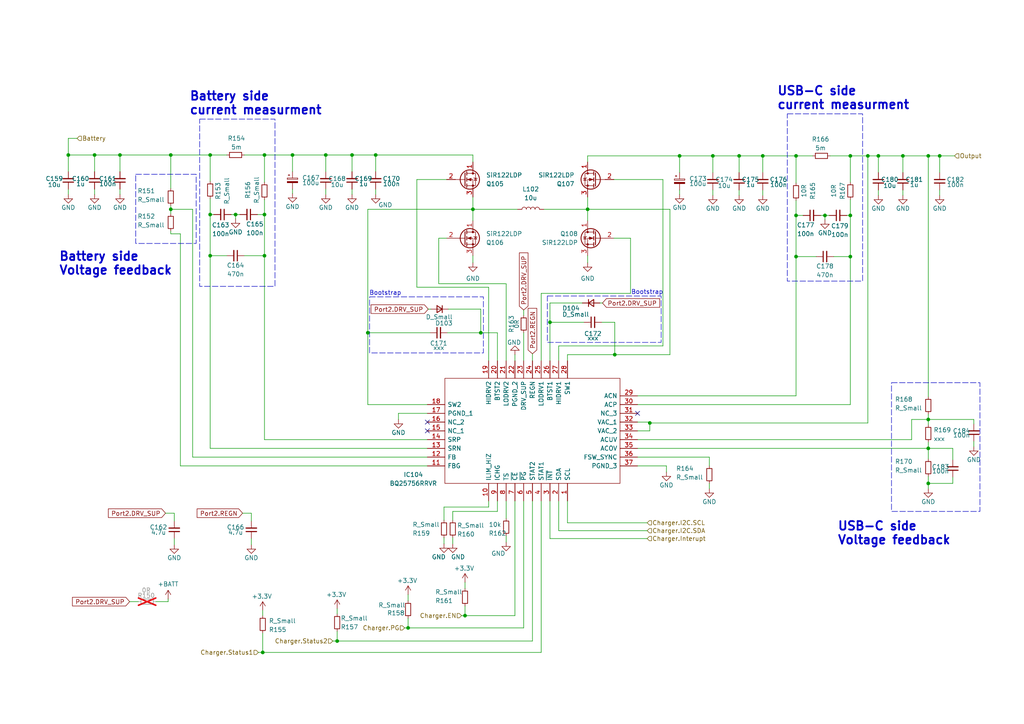
<source format=kicad_sch>
(kicad_sch (version 20231120) (generator "eeschema") (generator_version "8.0")
  (paper "A4")
  (lib_symbols
    (symbol "Device:C_Polarized_Small" (pin_numbers hide) (pin_names (offset 0.254) hide)
      (property "Reference" "C" (at 0.254 1.778 0))
      (property "Value" "C_Polarized_Small" (at 0.254 -2.032 0))
      (symbol "C_Polarized_Small_0_1"
        (rectangle (start -1.524 -0.3048) (end 1.524 -0.6858) (fill (type outline)))
        (rectangle (start -1.524 0.6858) (end 1.524 0.3048))
        (polyline (pts (xy -1.27 1.524) (xy -0.762 1.524)))
        (polyline (pts (xy -1.016 1.27) (xy -1.016 1.778)))
      )
      (symbol "C_Polarized_Small_1_1"
        (pin passive line (at 0 2.54 270) (length 1.8542) (name "~") (number "1"))
        (pin passive line (at 0 -2.54 90) (length 1.8542) (name "~") (number "2"))
      )
    )
    (symbol "Device:C_Small" (pin_numbers hide) (pin_names (offset 0.254) hide)
      (property "Reference" "C" (at 0.254 1.778 0))
      (property "Value" "C_Small" (at 0.254 -2.032 0))
      (symbol "C_Small_0_1"
        (polyline (pts (xy -1.524 -0.508) (xy 1.524 -0.508)) (stroke (width 0.3302)))
        (polyline (pts (xy -1.524 0.508) (xy 1.524 0.508)) (stroke (width 0.3048)))
      )
      (symbol "C_Small_1_1"
        (pin passive line (at 0 2.54 270) (length 2.032) (name "~") (number "1"))
        (pin passive line (at 0 -2.54 90) (length 2.032) (name "~") (number "2"))
      )
    )
    (symbol "Device:D_Small" (pin_numbers hide) (pin_names (offset 0.254) hide)
      (property "Reference" "D" (at -1.27 2.032 0))
      (property "Value" "D_Small" (at -3.81 -2.032 0))
      (symbol "D_Small_0_1"
        (polyline (pts (xy -0.762 -1.016) (xy -0.762 1.016)) (stroke (width 0.254)))
        (polyline (pts (xy -0.762 0) (xy 0.762 0)))
        (polyline (pts (xy 0.762 -1.016) (xy -0.762 0) (xy 0.762 1.016) (xy 0.762 -1.016)) (stroke (width 0.254)))
      )
      (symbol "D_Small_1_1"
        (pin passive line (at -2.54 0 0) (length 1.778) (name "K") (number "1"))
        (pin passive line (at 2.54 0 180) (length 1.778) (name "A") (number "2"))
      )
    )
    (symbol "Device:L" (pin_numbers hide) (pin_names (offset 1.016) hide)
      (property "Reference" "L" (at -1.27 0 90))
      (property "Value" "L" (at 1.905 0 90))
      (symbol "L_0_1"
        (arc (start 0 -2.54) (mid 0.6323 -1.905) (end 0 -1.27))
        (arc (start 0 -1.27) (mid 0.6323 -0.635) (end 0 0))
        (arc (start 0 0) (mid 0.6323 0.635) (end 0 1.27))
        (arc (start 0 1.27) (mid 0.6323 1.905) (end 0 2.54))
      )
      (symbol "L_1_1"
        (pin passive line (at 0 3.81 270) (length 1.27) (name "1") (number "1"))
        (pin passive line (at 0 -3.81 90) (length 1.27) (name "2") (number "2"))
      )
    )
    (symbol "Device:Q_NMOS_DGS" (pin_names (offset 0) hide)
      (property "Reference" "Q" (at 5.08 1.27 0))
      (property "Value" "Q_NMOS_DGS" (at 5.08 -1.27 0))
      (symbol "Q_NMOS_DGS_0_1"
        (polyline (pts (xy 0.254 0) (xy -2.54 0)))
        (polyline (pts (xy 0.254 1.905) (xy 0.254 -1.905)) (stroke (width 0.254)))
        (polyline (pts (xy 0.762 -1.27) (xy 0.762 -2.286)) (stroke (width 0.254)))
        (polyline (pts (xy 0.762 0.508) (xy 0.762 -0.508)) (stroke (width 0.254)))
        (polyline (pts (xy 0.762 2.286) (xy 0.762 1.27)) (stroke (width 0.254)))
        (polyline (pts (xy 2.54 2.54) (xy 2.54 1.778)))
        (polyline (pts (xy 2.54 -2.54) (xy 2.54 0) (xy 0.762 0)))
        (polyline (pts (xy 0.762 -1.778) (xy 3.302 -1.778) (xy 3.302 1.778) (xy 0.762 1.778)))
        (polyline (pts (xy 1.016 0) (xy 2.032 0.381) (xy 2.032 -0.381) (xy 1.016 0)) (fill (type outline)))
        (polyline (pts (xy 2.794 0.508) (xy 2.921 0.381) (xy 3.683 0.381) (xy 3.81 0.254)))
        (polyline (pts (xy 3.302 0.381) (xy 2.921 -0.254) (xy 3.683 -0.254) (xy 3.302 0.381)))
        (circle (center 1.651 0) (radius 2.794) (stroke (width 0.254)))
        (circle (center 2.54 -1.778) (radius 0.254) (fill (type outline)))
        (circle (center 2.54 1.778) (radius 0.254) (fill (type outline)))
      )
      (symbol "Q_NMOS_DGS_1_1"
        (pin passive line (at 2.54 5.08 270) (length 2.54) (name "D") (number "1"))
        (pin input line (at -5.08 0 0) (length 2.54) (name "G") (number "2"))
        (pin passive line (at 2.54 -5.08 90) (length 2.54) (name "S") (number "3"))
      )
    )
    (symbol "Device:R_Small" (pin_numbers hide) (pin_names (offset 0.254) hide)
      (property "Reference" "R" (at 0.762 0.508 0))
      (property "Value" "R_Small" (at 0.762 -1.016 0))
      (symbol "R_Small_0_1"
        (rectangle (start -0.762 1.778) (end 0.762 -1.778) (stroke (width 0.2032)))
      )
      (symbol "R_Small_1_1"
        (pin passive line (at 0 2.54 270) (length 0.762) (name "~") (number "1"))
        (pin passive line (at 0 -2.54 90) (length 0.762) (name "~") (number "2"))
      )
    )
    (symbol "SamacSys_Parts:BQ25756RRVR" (pin_names (offset 0.762))
      (property "Reference" "IC" (at 36.83 20.32 0))
      (property "Value" "BQ25756RRVR" (at 36.83 17.78 0))
      (symbol "BQ25756RRVR_0_0"
        (pin passive line (at 0 0 0) (length 5.08) (name "SCL") (number "1"))
        (pin passive line (at 0 -22.86 0) (length 5.08) (name "ILIM_HIZ") (number "10"))
        (pin passive line (at 10.16 -40.64 90) (length 5.08) (name "FBG") (number "11"))
        (pin passive line (at 12.7 -40.64 90) (length 5.08) (name "FB") (number "12"))
        (pin passive line (at 15.24 -40.64 90) (length 5.08) (name "SRN") (number "13"))
        (pin passive line (at 17.78 -40.64 90) (length 5.08) (name "SRP") (number "14"))
        (pin passive line (at 20.32 -40.64 90) (length 5.08) (name "NC_1") (number "15"))
        (pin passive line (at 22.86 -40.64 90) (length 5.08) (name "NC_2") (number "16"))
        (pin passive line (at 25.4 -40.64 90) (length 5.08) (name "PGND_1") (number "17"))
        (pin passive line (at 27.94 -40.64 90) (length 5.08) (name "SW2") (number "18"))
        (pin passive line (at 40.64 -22.86 180) (length 5.08) (name "HIDRV2") (number "19"))
        (pin passive line (at 0 -2.54 0) (length 5.08) (name "SDA") (number "2"))
        (pin passive line (at 40.64 -20.32 180) (length 5.08) (name "BTST2") (number "20"))
        (pin passive line (at 40.64 -17.78 180) (length 5.08) (name "LODRV2") (number "21"))
        (pin passive line (at 40.64 -15.24 180) (length 5.08) (name "PGND_2") (number "22"))
        (pin passive line (at 40.64 -12.7 180) (length 5.08) (name "DRV_SUP") (number "23"))
        (pin passive line (at 40.64 -10.16 180) (length 5.08) (name "REGN") (number "24"))
        (pin passive line (at 40.64 -7.62 180) (length 5.08) (name "LODRV1") (number "25"))
        (pin passive line (at 40.64 -5.08 180) (length 5.08) (name "BTST1") (number "26"))
        (pin passive line (at 40.64 -2.54 180) (length 5.08) (name "HIDRV1") (number "27"))
        (pin passive line (at 40.64 0 180) (length 5.08) (name "SW1") (number "28"))
        (pin passive line (at 30.48 20.32 270) (length 5.08) (name "ACN") (number "29"))
        (pin passive line (at 0 -5.08 0) (length 5.08) (name "~{INT}") (number "3"))
        (pin passive line (at 27.94 20.32 270) (length 5.08) (name "ACP") (number "30"))
        (pin passive line (at 25.4 20.32 270) (length 5.08) (name "NC_3") (number "31"))
        (pin passive line (at 22.86 20.32 270) (length 5.08) (name "VAC_1") (number "32"))
        (pin passive line (at 20.32 20.32 270) (length 5.08) (name "VAC_2") (number "33"))
        (pin passive line (at 17.78 20.32 270) (length 5.08) (name "ACUV") (number "34"))
        (pin passive line (at 15.24 20.32 270) (length 5.08) (name "ACOV") (number "35"))
        (pin passive line (at 12.7 20.32 270) (length 5.08) (name "FSW_SYNC") (number "36"))
        (pin passive line (at 10.16 20.32 270) (length 5.08) (name "PGND_3") (number "37"))
        (pin passive line (at 0 -7.62 0) (length 5.08) (name "STAT1") (number "4"))
        (pin passive line (at 0 -10.16 0) (length 5.08) (name "STAT2") (number "5"))
        (pin passive line (at 0 -12.7 0) (length 5.08) (name "~{PG}") (number "6"))
        (pin passive line (at 0 -15.24 0) (length 5.08) (name "~{CE}") (number "7"))
        (pin passive line (at 0 -17.78 0) (length 5.08) (name "TS") (number "8"))
        (pin passive line (at 0 -20.32 0) (length 5.08) (name "ICHG") (number "9"))
      )
      (symbol "BQ25756RRVR_0_1"
        (polyline (pts (xy 5.08 15.24) (xy 35.56 15.24) (xy 35.56 -35.56) (xy 5.08 -35.56) (xy 5.08 15.24)) (stroke (width 0.1524)))
      )
    )
    (symbol "power:+3.3V" (power) (pin_names (offset 0))
      (property "Value" "+3.3V" (at 0 3.556 0))
      (symbol "+3.3V_0_1"
        (polyline (pts (xy -0.762 1.27) (xy 0 2.54)))
        (polyline (pts (xy 0 0) (xy 0 2.54)))
        (polyline (pts (xy 0 2.54) (xy 0.762 1.27)))
      )
      (symbol "+3.3V_1_1"
        (pin power_in line (at 0 0 90) (length 0) hide (name "+3.3V") (number "1"))
      )
    )
    (symbol "power:+BATT" (power) (pin_numbers hide) (pin_names (offset 0) hide)
      (property "Value" "+BATT" (at 0 3.556 0))
      (symbol "+BATT_0_1"
        (polyline (pts (xy -0.762 1.27) (xy 0 2.54)))
        (polyline (pts (xy 0 0) (xy 0 2.54)))
        (polyline (pts (xy 0 2.54) (xy 0.762 1.27)))
      )
      (symbol "+BATT_1_1"
        (pin power_in line (at 0 0 90) (length 0) (name "~") (number "1"))
      )
    )
    (symbol "power:GND" (power) (pin_names (offset 0))
      (property "Value" "GND" (at 0 -3.81 0))
      (symbol "GND_0_1"
        (polyline (pts (xy 0 0) (xy 0 -1.27) (xy 1.27 -1.27) (xy 0 -2.54) (xy -1.27 -1.27) (xy 0 -1.27)))
      )
      (symbol "GND_1_1"
        (pin power_in line (at 0 0 270) (length 0) hide (name "GND") (number "1"))
      )
    )
  )
  (junction (at 230.886 45.212))
  (junction (at 60.96 62.23))
  (junction (at 221.234 45.212))
  (junction (at 97.79 185.928))
  (junction (at 106.68 96.52))
  (junction (at 68.326 62.23))
  (junction (at 76.708 62.23))
  (junction (at 60.96 44.958))
  (junction (at 269.24 130.048))
  (junction (at 178.308 102.87))
  (junction (at 76.2 189.23))
  (junction (at 137.16 60.706))
  (junction (at 269.24 121.666))
  (junction (at 60.96 74.168))
  (junction (at 188.468 122.682))
  (junction (at 76.708 74.168))
  (junction (at 139.446 96.52))
  (junction (at 254.762 45.212))
  (junction (at 19.812 44.958))
  (junction (at 197.104 45.212))
  (junction (at 230.886 62.484))
  (junction (at 49.53 44.958))
  (junction (at 272.542 45.212))
  (junction (at 84.836 44.958))
  (junction (at 246.634 45.212))
  (junction (at 27.432 44.958))
  (junction (at 206.756 45.212))
  (junction (at 159.512 93.472))
  (junction (at 134.874 178.562))
  (junction (at 246.634 74.422))
  (junction (at 108.966 44.958))
  (junction (at 102.108 44.958))
  (junction (at 170.434 60.706))
  (junction (at 118.364 182.118))
  (junction (at 269.24 140.208))
  (junction (at 49.53 60.706))
  (junction (at 94.488 44.958))
  (junction (at 214.376 45.212))
  (junction (at 251.714 45.212))
  (junction (at 269.24 45.212))
  (junction (at 246.634 62.484))
  (junction (at 239.268 62.484))
  (junction (at 230.886 74.422))
  (junction (at 34.798 44.958))
  (junction (at 76.708 44.958))
  (junction (at 261.874 45.212))
  (no_connect (at 123.952 122.428))
  (no_connect (at 184.912 119.888))
  (no_connect (at 123.952 124.968))
  (wire (pts (xy 84.836 49.784) (xy 84.836 44.958)))
  (wire (pts (xy 60.96 44.958) (xy 65.786 44.958)))
  (wire (pts (xy 49.53 44.958) (xy 60.96 44.958)))
  (wire (pts (xy 276.352 138.43) (xy 276.352 140.208)))
  (wire (pts (xy 49.53 44.958) (xy 49.53 54.61)))
  (wire (pts (xy 76.708 74.168) (xy 76.708 127.508)))
  (wire (pts (xy 170.434 57.15) (xy 170.434 60.706)))
  (wire (pts (xy 170.434 46.99) (xy 170.434 45.212)))
  (wire (pts (xy 60.96 74.168) (xy 60.96 130.048)))
  (wire (pts (xy 139.446 89.662) (xy 139.446 96.52)))
  (wire (pts (xy 261.874 45.212) (xy 269.24 45.212)))
  (wire (pts (xy 124.968 89.662) (xy 124.206 89.662)))
  (wire (pts (xy 128.778 147.066) (xy 128.778 150.876)))
  (wire (pts (xy 184.912 124.968) (xy 188.468 124.968)))
  (wire (pts (xy 72.898 156.21) (xy 72.898 157.988)))
  (wire (pts (xy 74.93 189.23) (xy 76.2 189.23)))
  (wire (pts (xy 97.79 185.928) (xy 154.432 185.928)))
  (wire (pts (xy 19.812 44.958) (xy 19.812 49.784)))
  (wire (pts (xy 269.24 121.666) (xy 282.448 121.666)))
  (wire (pts (xy 115.57 119.888) (xy 115.57 121.666)))
  (wire (pts (xy 197.104 50.038) (xy 197.104 45.212)))
  (wire (pts (xy 184.912 117.348) (xy 246.634 117.348)))
  (wire (pts (xy 239.268 62.484) (xy 237.998 62.484)))
  (wire (pts (xy 19.812 40.132) (xy 19.812 44.958)))
  (wire (pts (xy 192.278 52.07) (xy 178.054 52.07)))
  (wire (pts (xy 134.874 175.768) (xy 134.874 178.562)))
  (wire (pts (xy 241.808 74.422) (xy 246.634 74.422)))
  (wire (pts (xy 94.488 54.864) (xy 94.488 56.388)))
  (wire (pts (xy 264.414 121.666) (xy 269.24 121.666)))
  (wire (pts (xy 84.836 54.864) (xy 84.836 56.134)))
  (wire (pts (xy 34.798 54.864) (xy 34.798 56.388)))
  (wire (pts (xy 19.812 44.958) (xy 27.432 44.958)))
  (wire (pts (xy 214.376 55.118) (xy 214.376 56.642)))
  (wire (pts (xy 159.512 145.288) (xy 159.512 156.21)))
  (wire (pts (xy 269.24 140.208) (xy 269.24 141.732)))
  (wire (pts (xy 76.708 44.958) (xy 76.708 52.832)))
  (wire (pts (xy 55.88 132.588) (xy 123.952 132.588)))
  (wire (pts (xy 68.326 62.23) (xy 69.596 62.23)))
  (wire (pts (xy 164.592 102.87) (xy 178.308 102.87)))
  (wire (pts (xy 146.812 104.648) (xy 146.812 82.296)))
  (wire (pts (xy 131.318 155.956) (xy 131.318 157.734)))
  (wire (pts (xy 221.234 45.212) (xy 230.886 45.212)))
  (wire (pts (xy 141.732 147.066) (xy 141.732 145.288)))
  (wire (pts (xy 96.52 185.928) (xy 97.79 185.928)))
  (wire (pts (xy 139.446 96.52) (xy 144.272 96.52)))
  (wire (pts (xy 156.972 85.09) (xy 182.88 85.09)))
  (wire (pts (xy 193.294 135.128) (xy 193.294 136.906)))
  (wire (pts (xy 137.16 64.008) (xy 137.16 60.706)))
  (wire (pts (xy 134.874 168.91) (xy 134.874 170.688)))
  (wire (pts (xy 68.326 62.23) (xy 68.326 63.5)))
  (wire (pts (xy 76.2 183.642) (xy 76.2 189.23)))
  (wire (pts (xy 60.96 57.658) (xy 60.96 62.23)))
  (wire (pts (xy 146.812 155.448) (xy 146.812 157.226)))
  (wire (pts (xy 235.712 45.212) (xy 230.886 45.212)))
  (wire (pts (xy 269.24 115.062) (xy 269.24 45.212)))
  (wire (pts (xy 120.904 83.312) (xy 120.904 52.07)))
  (wire (pts (xy 97.79 176.53) (xy 97.79 178.054)))
  (wire (pts (xy 221.234 55.118) (xy 221.234 56.642)))
  (wire (pts (xy 184.912 130.048) (xy 269.24 130.048)))
  (wire (pts (xy 269.24 128.27) (xy 269.24 130.048)))
  (wire (pts (xy 128.778 147.066) (xy 141.732 147.066)))
  (wire (pts (xy 106.68 60.706) (xy 137.16 60.706)))
  (wire (pts (xy 141.732 83.312) (xy 141.732 104.648)))
  (wire (pts (xy 159.512 93.472) (xy 159.512 104.648)))
  (wire (pts (xy 76.708 62.23) (xy 76.708 74.168)))
  (wire (pts (xy 76.708 44.958) (xy 84.836 44.958)))
  (wire (pts (xy 246.634 74.422) (xy 246.634 117.348)))
  (wire (pts (xy 269.24 130.048) (xy 276.352 130.048)))
  (wire (pts (xy 60.96 62.23) (xy 60.96 74.168)))
  (wire (pts (xy 146.812 145.288) (xy 146.812 150.368)))
  (wire (pts (xy 137.16 44.958) (xy 137.16 46.99)))
  (wire (pts (xy 52.324 67.818) (xy 49.53 67.818)))
  (wire (pts (xy 184.912 122.428) (xy 188.468 122.428)))
  (wire (pts (xy 246.634 62.484) (xy 246.634 74.422)))
  (wire (pts (xy 118.364 182.118) (xy 151.892 182.118)))
  (wire (pts (xy 72.898 148.844) (xy 72.898 151.13)))
  (wire (pts (xy 156.972 145.288) (xy 156.972 189.23)))
  (wire (pts (xy 246.634 45.212) (xy 251.714 45.212)))
  (wire (pts (xy 94.488 44.958) (xy 102.108 44.958)))
  (wire (pts (xy 230.886 58.166) (xy 230.886 62.484)))
  (wire (pts (xy 170.434 64.008) (xy 170.434 60.706)))
  (wire (pts (xy 254.762 45.212) (xy 261.874 45.212)))
  (wire (pts (xy 269.24 120.142) (xy 269.24 121.666)))
  (wire (pts (xy 149.352 104.648) (xy 149.352 102.87)))
  (wire (pts (xy 27.432 54.864) (xy 27.432 56.388)))
  (wire (pts (xy 251.714 45.212) (xy 251.714 122.682)))
  (wire (pts (xy 246.634 45.212) (xy 240.792 45.212)))
  (wire (pts (xy 137.16 74.168) (xy 137.16 76.2)))
  (wire (pts (xy 162.052 153.924) (xy 187.706 153.924)))
  (wire (pts (xy 192.278 100.33) (xy 192.278 52.07)))
  (wire (pts (xy 194.31 102.87) (xy 194.31 60.706)))
  (wire (pts (xy 137.16 60.706) (xy 150.114 60.706)))
  (wire (pts (xy 230.886 45.212) (xy 230.886 53.086)))
  (wire (pts (xy 269.24 121.666) (xy 269.24 123.19)))
  (wire (pts (xy 269.24 138.176) (xy 269.24 140.208)))
  (wire (pts (xy 123.952 130.048) (xy 60.96 130.048)))
  (wire (pts (xy 123.952 119.888) (xy 115.57 119.888)))
  (wire (pts (xy 19.812 54.864) (xy 19.812 56.388)))
  (wire (pts (xy 123.952 117.348) (xy 106.68 117.348)))
  (wire (pts (xy 108.966 44.958) (xy 137.16 44.958)))
  (wire (pts (xy 34.798 44.958) (xy 49.53 44.958)))
  (wire (pts (xy 272.542 45.212) (xy 272.542 50.038)))
  (wire (pts (xy 205.74 140.208) (xy 205.74 141.732)))
  (wire (pts (xy 127.254 82.296) (xy 127.254 69.088)))
  (wire (pts (xy 76.708 127.508) (xy 123.952 127.508)))
  (wire (pts (xy 188.468 122.682) (xy 251.714 122.682)))
  (wire (pts (xy 49.53 60.706) (xy 49.53 61.976)))
  (wire (pts (xy 282.448 128.016) (xy 282.448 129.54)))
  (wire (pts (xy 178.308 93.472) (xy 178.308 102.87)))
  (wire (pts (xy 197.104 55.118) (xy 197.104 56.388)))
  (wire (pts (xy 159.512 87.884) (xy 159.512 93.472)))
  (wire (pts (xy 240.538 62.484) (xy 239.268 62.484)))
  (wire (pts (xy 154.432 145.288) (xy 154.432 185.928)))
  (wire (pts (xy 50.546 156.21) (xy 50.546 157.988)))
  (wire (pts (xy 137.16 57.15) (xy 137.16 60.706)))
  (wire (pts (xy 173.99 87.884) (xy 174.752 87.884)))
  (wire (pts (xy 61.976 62.23) (xy 60.96 62.23)))
  (wire (pts (xy 206.756 55.118) (xy 206.756 56.642)))
  (wire (pts (xy 276.352 140.208) (xy 269.24 140.208)))
  (wire (pts (xy 70.866 44.958) (xy 76.708 44.958)))
  (wire (pts (xy 164.592 104.648) (xy 164.592 102.87)))
  (wire (pts (xy 246.634 45.212) (xy 246.634 52.832)))
  (wire (pts (xy 194.31 60.706) (xy 170.434 60.706)))
  (wire (pts (xy 170.434 45.212) (xy 197.104 45.212)))
  (wire (pts (xy 74.676 62.23) (xy 76.708 62.23)))
  (wire (pts (xy 159.512 156.21) (xy 187.706 156.21)))
  (wire (pts (xy 84.836 44.958) (xy 94.488 44.958)))
  (wire (pts (xy 184.912 114.808) (xy 230.886 114.808)))
  (wire (pts (xy 27.432 44.958) (xy 34.798 44.958)))
  (wire (pts (xy 144.272 148.336) (xy 144.272 145.288)))
  (wire (pts (xy 151.892 96.52) (xy 151.892 104.648)))
  (wire (pts (xy 162.052 100.33) (xy 192.278 100.33)))
  (wire (pts (xy 206.756 45.212) (xy 214.376 45.212)))
  (wire (pts (xy 146.812 82.296) (xy 127.254 82.296)))
  (wire (pts (xy 134.874 178.562) (xy 149.352 178.562)))
  (wire (pts (xy 164.592 151.638) (xy 187.706 151.638)))
  (wire (pts (xy 127.254 69.088) (xy 129.54 69.088)))
  (wire (pts (xy 118.364 179.324) (xy 118.364 182.118)))
  (wire (pts (xy 151.892 89.916) (xy 151.892 91.44)))
  (wire (pts (xy 106.68 96.52) (xy 124.714 96.52)))
  (wire (pts (xy 102.108 44.958) (xy 108.966 44.958)))
  (wire (pts (xy 76.2 177.038) (xy 76.2 178.562)))
  (wire (pts (xy 205.74 132.588) (xy 205.74 135.128)))
  (wire (pts (xy 272.542 55.118) (xy 272.542 56.642)))
  (wire (pts (xy 65.786 74.168) (xy 60.96 74.168)))
  (wire (pts (xy 221.234 45.212) (xy 221.234 50.038)))
  (wire (pts (xy 282.448 121.666) (xy 282.448 122.936)))
  (wire (pts (xy 184.912 127.508) (xy 264.414 127.508)))
  (wire (pts (xy 188.468 122.682) (xy 188.468 122.428)))
  (wire (pts (xy 154.432 102.616) (xy 154.432 104.648)))
  (wire (pts (xy 246.634 57.912) (xy 246.634 62.484)))
  (wire (pts (xy 123.952 135.128) (xy 52.324 135.128)))
  (wire (pts (xy 197.104 45.212) (xy 206.756 45.212)))
  (wire (pts (xy 272.542 45.212) (xy 276.86 45.212)))
  (wire (pts (xy 131.318 148.336) (xy 131.318 150.876)))
  (wire (pts (xy 159.512 93.472) (xy 169.418 93.472)))
  (wire (pts (xy 276.352 130.048) (xy 276.352 133.35)))
  (wire (pts (xy 106.68 96.52) (xy 106.68 117.348)))
  (wire (pts (xy 37.592 174.498) (xy 40.132 174.498)))
  (wire (pts (xy 157.734 60.706) (xy 170.434 60.706)))
  (wire (pts (xy 128.778 155.956) (xy 128.778 157.734)))
  (wire (pts (xy 214.376 45.212) (xy 221.234 45.212)))
  (wire (pts (xy 48.006 148.844) (xy 50.546 148.844)))
  (wire (pts (xy 130.048 89.662) (xy 139.446 89.662)))
  (wire (pts (xy 55.88 60.706) (xy 55.88 132.588)))
  (wire (pts (xy 129.794 96.52) (xy 139.446 96.52)))
  (wire (pts (xy 239.268 62.484) (xy 239.268 63.754)))
  (wire (pts (xy 27.432 44.958) (xy 27.432 49.784)))
  (wire (pts (xy 76.708 57.912) (xy 76.708 62.23)))
  (wire (pts (xy 261.874 55.118) (xy 261.874 56.642)))
  (wire (pts (xy 184.912 132.588) (xy 205.74 132.588)))
  (wire (pts (xy 269.24 130.048) (xy 269.24 133.096)))
  (wire (pts (xy 162.052 104.648) (xy 162.052 100.33)))
  (wire (pts (xy 70.358 148.844) (xy 72.898 148.844)))
  (wire (pts (xy 70.866 74.168) (xy 76.708 74.168)))
  (wire (pts (xy 22.352 40.132) (xy 19.812 40.132)))
  (wire (pts (xy 118.364 172.466) (xy 118.364 174.244)))
  (wire (pts (xy 164.592 145.288) (xy 164.592 151.638)))
  (wire (pts (xy 182.88 69.088) (xy 178.054 69.088)))
  (wire (pts (xy 269.24 45.212) (xy 272.542 45.212)))
  (wire (pts (xy 206.756 45.212) (xy 206.756 50.038)))
  (wire (pts (xy 106.68 60.706) (xy 106.68 96.52)))
  (wire (pts (xy 49.53 59.69) (xy 49.53 60.706)))
  (wire (pts (xy 188.468 124.968) (xy 188.468 122.682)))
  (wire (pts (xy 67.056 62.23) (xy 68.326 62.23)))
  (wire (pts (xy 49.53 67.056) (xy 49.53 67.818)))
  (wire (pts (xy 170.434 74.168) (xy 170.434 76.2)))
  (wire (pts (xy 151.892 145.288) (xy 151.892 182.118)))
  (wire (pts (xy 174.498 93.472) (xy 178.308 93.472)))
  (wire (pts (xy 182.88 85.09) (xy 182.88 69.088)))
  (wire (pts (xy 102.108 54.864) (xy 102.108 56.388)))
  (wire (pts (xy 108.966 54.864) (xy 108.966 56.388)))
  (wire (pts (xy 184.912 135.128) (xy 193.294 135.128)))
  (wire (pts (xy 149.352 145.288) (xy 149.352 178.562)))
  (wire (pts (xy 108.966 44.958) (xy 108.966 49.784)))
  (wire (pts (xy 245.618 62.484) (xy 246.634 62.484)))
  (wire (pts (xy 236.728 74.422) (xy 230.886 74.422)))
  (wire (pts (xy 214.376 45.212) (xy 214.376 50.038)))
  (wire (pts (xy 117.348 182.118) (xy 118.364 182.118)))
  (wire (pts (xy 52.324 135.128) (xy 52.324 67.818)))
  (wire (pts (xy 230.886 62.484) (xy 230.886 74.422)))
  (wire (pts (xy 178.308 102.87) (xy 194.31 102.87)))
  (wire (pts (xy 230.886 74.422) (xy 230.886 114.808)))
  (wire (pts (xy 251.714 45.212) (xy 254.762 45.212)))
  (wire (pts (xy 45.212 174.498) (xy 48.768 174.498)))
  (wire (pts (xy 97.79 183.134) (xy 97.79 185.928)))
  (wire (pts (xy 94.488 44.958) (xy 94.488 49.784)))
  (wire (pts (xy 102.108 44.958) (xy 102.108 49.784)))
  (wire (pts (xy 156.972 104.648) (xy 156.972 85.09)))
  (wire (pts (xy 162.052 145.288) (xy 162.052 153.924)))
  (wire (pts (xy 261.874 45.212) (xy 261.874 50.038)))
  (wire (pts (xy 254.762 55.118) (xy 254.762 56.642)))
  (wire (pts (xy 49.53 60.706) (xy 55.88 60.706)))
  (wire (pts (xy 131.318 148.336) (xy 144.272 148.336)))
  (wire (pts (xy 48.768 173.736) (xy 48.768 174.498)))
  (wire (pts (xy 232.918 62.484) (xy 230.886 62.484)))
  (wire (pts (xy 144.272 104.648) (xy 144.272 96.52)))
  (wire (pts (xy 34.798 44.958) (xy 34.798 49.784)))
  (wire (pts (xy 156.972 189.23) (xy 76.2 189.23)))
  (wire (pts (xy 168.91 87.884) (xy 159.512 87.884)))
  (wire (pts (xy 120.904 52.07) (xy 129.54 52.07)))
  (wire (pts (xy 254.762 45.212) (xy 254.762 50.038)))
  (wire (pts (xy 141.732 83.312) (xy 120.904 83.312)))
  (wire (pts (xy 264.414 127.508) (xy 264.414 121.666)))
  (wire (pts (xy 60.96 44.958) (xy 60.96 52.578)))
  (wire (pts (xy 133.858 178.562) (xy 134.874 178.562)))
  (wire (pts (xy 50.546 148.844) (xy 50.546 151.13)))
  (rectangle (start 57.912 34.544) (end 79.756 83.058) (stroke (width 0) (type dash)))
  (rectangle (start 228.346 33.02) (end 250.19 81.534) (stroke (width 0) (type dash)))
  (rectangle (start 258.572 110.998) (end 284.226 148.336) (stroke (width 0) (type dash)))
  (rectangle (start 158.75 85.852) (end 191.77 99.314) (stroke (width 0) (type dash)))
  (rectangle (start 39.37 50.546) (end 56.896 70.612) (stroke (width 0) (type dash)))
  (rectangle (start 107.188 86.106) (end 140.208 102.362) (stroke (width 0) (type dash)))
  (text "Bootstrap\n" (at 111.76 85.09 0) (effects (font (size 1.27 1.27))))
  (text "USB-C side \ncurrent measurment" (at 225.298 32.004 0) (effects (font (size 2.5 2.5) (thickness 0.5) (bold yes)) (justify left bottom)))
  (text "Bootstrap\n" (at 187.706 84.836 0) (effects (font (size 1.27 1.27))))
  (text "Battery side \ncurrent measurment" (at 54.864 33.528 0) (effects (font (size 2.5 2.5) (thickness 0.5) (bold yes)) (justify left bottom)))
  (text "Battery side\nVoltage feedback\n" (at 17.018 80.01 0) (effects (font (size 2.5 2.5) (thickness 0.5) (bold yes)) (justify left bottom)))
  (text "USB-C side\nVoltage feedback\n" (at 242.824 158.242 0) (effects (font (size 2.5 2.5) (thickness 0.5) (bold yes)) (justify left bottom)))
  (global_label "Port2.DRV_SUP" (shape input) (at 48.006 148.844 180) (property "Intersheetrefs" "${INTERSHEET_REFS}" (effects (hide yes))))
  (global_label "Port2.DRV_SUP" (shape input) (at 174.752 87.884 0) (property "Intersheetrefs" "${INTERSHEET_REFS}" (effects (hide yes))))
  (global_label "Port2.DRV_SUP" (shape input) (at 124.206 89.662 180) (property "Intersheetrefs" "${INTERSHEET_REFS}" (effects (hide yes))))
  (global_label "Port2.DRV_SUP" (shape input) (at 151.892 89.916 90) (property "Intersheetrefs" "${INTERSHEET_REFS}" (effects (hide yes))))
  (global_label "Port2.REGN" (shape input) (at 154.432 102.616 90) (property "Intersheetrefs" "${INTERSHEET_REFS}" (effects (hide yes))))
  (global_label "Port2.REGN" (shape input) (at 70.358 148.844 180) (property "Intersheetrefs" "${INTERSHEET_REFS}" (effects (hide yes))))
  (global_label "Port2.DRV_SUP" (shape input) (at 37.592 174.498 180) (property "Intersheetrefs" "${INTERSHEET_REFS}" (effects (hide yes))))
  (hierarchical_label "Charger.Status1" (shape input) (at 74.93 189.23 180))
  (hierarchical_label "Charger.EN" (shape input) (at 133.858 178.562 180))
  (hierarchical_label "Output" (shape input) (at 276.86 45.212 0))
  (hierarchical_label "Battery" (shape input) (at 22.352 40.132 0))
  (hierarchical_label "Charger.I2C.SDA" (shape input) (at 187.706 153.924 0))
  (hierarchical_label "Charger.Interupt" (shape input) (at 187.706 156.21 0))
  (hierarchical_label "Charger.I2C.SCL" (shape input) (at 187.706 151.638 0))
  (hierarchical_label "Charger.PG" (shape input) (at 117.348 182.118 180))
  (hierarchical_label "Charger.Status2" (shape input) (at 96.52 185.928 180))
  (symbol (lib_id "power:GND") (at 84.836 56.134 0) (unit 1)
    (property "Reference" "#PWR0221" (effects (hide yes)))
    (property "Value" "GND" (at 84.836 59.944 0))
  )
  (symbol (lib_id "Device:C_Small") (at 102.108 52.324 180) (unit 1)
    (property "Reference" "C169" (at 105.41 51.816 0))
    (property "Value" "1u" (at 105.41 53.34 0))
    (property "Footprint" "Capacitor_SMD:C_0603_1608Metric" (effects (hide yes)))
  )
  (symbol (lib_id "power:GND") (at 206.756 56.642 0) (mirror y) (unit 1)
    (property "Reference" "#PWR0238" (effects (hide yes)))
    (property "Value" "GND" (at 206.756 60.452 0))
  )
  (symbol (lib_id "power:GND") (at 197.104 56.388 0) (unit 1)
    (property "Reference" "#PWR0236" (effects (hide yes)))
    (property "Value" "GND" (at 197.104 60.198 0))
  )
  (symbol (lib_id "Device:R_Small") (at 49.53 64.516 0) (unit 1)
    (property "Reference" "R152" (at 39.878 62.738 0) (effects (justify left)))
    (property "Value" "R_Small" (at 39.878 65.278 0) (effects (justify left)))
    (property "Footprint" "Resistor_SMD:R_0603_1608Metric" (effects (hide yes)))
  )
  (symbol (lib_id "power:GND") (at 261.874 56.642 0) (mirror y) (unit 1)
    (property "Reference" "#PWR0243" (effects (hide yes)))
    (property "Value" "GND" (at 261.874 60.452 0))
  )
  (symbol (lib_id "Device:C_Small") (at 272.542 52.578 180) (unit 1)
    (property "Reference" "C182" (at 277.114 52.07 0))
    (property "Value" "100n" (at 277.114 53.594 0))
    (property "Footprint" "Capacitor_SMD:C_0805_2012Metric" (effects (hide yes)))
  )
  (symbol (lib_id "power:GND") (at 108.966 56.388 0) (mirror y) (unit 1)
    (property "Reference" "#PWR0225" (effects (hide yes)))
    (property "Value" "GND" (at 111.76 59.436 0))
  )
  (symbol (lib_id "power:GND") (at 128.778 157.734 0) (unit 1)
    (property "Reference" "#PWR0228" (effects (hide yes)))
    (property "Value" "GND" (at 127.254 161.544 0))
  )
  (symbol (lib_id "power:+3.3V") (at 134.874 168.91 0) (unit 1)
    (property "Reference" "#PWR0230" (effects (hide yes)))
    (property "Value" "+3.3V" (at 134.62 164.846 0))
  )
  (symbol (lib_id "Device:Q_NMOS_DGS") (at 172.974 69.088 0) (mirror y) (unit 1)
    (property "Reference" "Q108" (at 167.64 67.8179 0) (effects (justify left)))
    (property "Value" "SiR122LDP" (at 167.64 70.3579 0) (effects (justify left)))
    (property "Footprint" "Package_SO:PowerPAK_SO-8_Single" (effects (hide yes)))
  )
  (symbol (lib_id "Device:C_Small") (at 127.254 96.52 90) (unit 1)
    (property "Reference" "C171" (at 127.254 99.568 90))
    (property "Value" "xxx" (at 127.254 100.838 90))
    (property "Footprint" "Capacitor_SMD:C_0603_1608Metric" (effects (hide yes)))
  )
  (symbol (lib_id "power:GND") (at 72.898 157.988 0) (mirror y) (unit 1)
    (property "Reference" "#PWR0219" (effects (hide yes)))
    (property "Value" "GND" (at 72.898 161.798 0))
  )
  (symbol (lib_id "Device:R_Small") (at 76.2 181.102 0) (unit 1)
    (property "Reference" "R155" (at 77.978 182.626 0) (effects (justify left)))
    (property "Value" "R_Small" (at 77.978 180.086 0) (effects (justify left)))
    (property "Footprint" "Resistor_SMD:R_0603_1608Metric" (effects (hide yes)))
  )
  (symbol (lib_id "Device:L") (at 153.924 60.706 90) (unit 1)
    (property "Reference" "L102" (at 153.924 54.864 90))
    (property "Value" "10u" (at 153.924 57.404 90))
    (property "Footprint" "Inductor_SMD:L_Coilcraft_XxL4040" (effects (hide yes)))
  )
  (symbol (lib_id "Device:C_Small") (at 239.268 74.422 90) (mirror x) (unit 1)
    (property "Reference" "C178" (at 239.268 77.216 90))
    (property "Value" "470n" (at 239.268 79.756 90))
    (property "Footprint" "Capacitor_SMD:C_0603_1608Metric" (effects (hide yes)))
  )
  (symbol (lib_id "power:GND") (at 193.294 136.906 0) (mirror y) (unit 1)
    (property "Reference" "#PWR0235" (effects (hide yes)))
    (property "Value" "GND" (at 193.294 140.716 0))
  )
  (symbol (lib_id "Device:R_Small") (at 146.812 152.908 0) (unit 1)
    (property "Reference" "R162" (at 141.732 154.686 0) (effects (justify left)))
    (property "Value" "10k" (at 141.732 152.146 0) (effects (justify left)))
    (property "Footprint" "Resistor_SMD:R_0603_1608Metric" (effects (hide yes)))
  )
  (symbol (lib_id "Device:C_Small") (at 282.448 125.476 180) (unit 1)
    (property "Reference" "C184" (at 278.892 124.968 0))
    (property "Value" "100n" (at 278.892 126.238 0))
    (property "Footprint" "Capacitor_SMD:C_0603_1608Metric" (effects (hide yes)))
  )
  (symbol (lib_id "Device:D_Small") (at 127.508 89.662 180) (unit 1)
    (property "Reference" "D103" (at 131.318 93.726 0) (effects (justify left)))
    (property "Value" "D_Small" (at 131.318 91.948 0) (effects (justify left)))
    (property "Footprint" "Diode_SMD:D_SOD-123" (effects (hide yes)))
    (property "Description" "Diode, small symbol" (effects (hide yes)))
    (property "Sim.Device" "D" (effects (hide yes)))
    (property "Sim.Pins" "1=K 2=A" (effects (hide yes)))
  )
  (symbol (lib_id "power:GND") (at 102.108 56.388 0) (mirror y) (unit 1)
    (property "Reference" "#PWR0224" (effects (hide yes)))
    (property "Value" "GND" (at 102.108 60.198 0))
  )
  (symbol (lib_id "Device:R_Small") (at 118.364 176.784 0) (unit 1)
    (property "Reference" "R158" (at 112.268 177.8 0) (effects (justify left)))
    (property "Value" "R_Small" (at 109.728 175.514 0) (effects (justify left)))
    (property "Footprint" "Resistor_SMD:R_0603_1608Metric" (effects (hide yes)))
  )
  (symbol (lib_id "power:GND") (at 131.318 157.734 0) (unit 1)
    (property "Reference" "#PWR0229" (effects (hide yes)))
    (property "Value" "GND" (at 132.842 161.544 0))
  )
  (symbol (lib_id "Device:C_Small") (at 261.874 52.578 180) (unit 1)
    (property "Reference" "C181" (at 265.176 52.07 0))
    (property "Value" "1u" (at 265.176 53.594 0))
    (property "Footprint" "Capacitor_SMD:C_0805_2012Metric" (effects (hide yes)))
  )
  (symbol (lib_id "Device:C_Small") (at 254.762 52.578 180) (unit 1)
    (property "Reference" "C180" (at 258.064 52.07 0))
    (property "Value" "10u" (at 258.064 53.848 0))
    (property "Footprint" "Capacitor_SMD:C_0805_2012Metric" (effects (hide yes)))
  )
  (symbol (lib_id "power:GND") (at 272.542 56.642 0) (mirror y) (unit 1)
    (property "Reference" "#PWR0245" (effects (hide yes)))
    (property "Value" "GND" (at 272.542 60.452 0))
  )
  (symbol (lib_id "power:GND") (at 269.24 141.732 0) (unit 1)
    (property "Reference" "#PWR0244" (effects (hide yes)))
    (property "Value" "GND" (at 269.24 145.542 0))
  )
  (symbol (lib_id "Device:C_Small") (at 72.898 153.67 180) (unit 1)
    (property "Reference" "C166" (at 68.326 152.908 0))
    (property "Value" "4.7u" (at 68.326 154.432 0))
    (property "Footprint" "Capacitor_SMD:C_0603_1608Metric" (effects (hide yes)))
  )
  (symbol (lib_id "Device:C_Small") (at 276.352 135.89 180) (unit 1)
    (property "Reference" "C183" (at 272.796 135.382 0))
    (property "Value" "100n" (at 272.796 136.652 0))
    (property "Footprint" "Capacitor_SMD:C_0603_1608Metric" (effects (hide yes)))
  )
  (symbol (lib_id "power:+BATT") (at 48.768 173.736 0) (unit 1)
    (property "Reference" "#PWR0216" (effects (hide yes)))
    (property "Value" "+BATT" (at 48.768 169.418 0))
    (property "Description" "Power symbol creates a global label with name \"+BATT\"" (effects (hide yes)))
  )
  (symbol (lib_id "Device:C_Small") (at 94.488 52.324 180) (unit 1)
    (property "Reference" "C168" (at 97.79 51.816 0))
    (property "Value" "10u" (at 97.79 53.594 0))
    (property "Footprint" "Capacitor_SMD:C_0603_1608Metric" (effects (hide yes)))
  )
  (symbol (lib_id "power:GND") (at 254.762 56.642 0) (mirror y) (unit 1)
    (property "Reference" "#PWR0242" (effects (hide yes)))
    (property "Value" "GND" (at 254.762 60.452 0))
  )
  (symbol (lib_id "power:GND") (at 27.432 56.388 0) (mirror y) (unit 1)
    (property "Reference" "#PWR0214" (effects (hide yes)))
    (property "Value" "GND" (at 27.432 60.198 0))
  )
  (symbol (lib_id "Device:C_Small") (at 206.756 52.578 180) (unit 1)
    (property "Reference" "C174" (at 210.058 52.07 0))
    (property "Value" "10u" (at 210.058 53.848 0))
    (property "Footprint" "Capacitor_SMD:C_0603_1608Metric" (effects (hide yes)))
  )
  (symbol (lib_id "Device:C_Small") (at 171.958 93.472 90) (unit 1)
    (property "Reference" "C172" (at 171.958 96.774 90))
    (property "Value" "xxx" (at 171.958 98.044 90))
    (property "Footprint" "Capacitor_SMD:C_0603_1608Metric" (effects (hide yes)))
  )
  (symbol (lib_id "Device:R_Small") (at 60.96 55.118 180) (unit 1)
    (property "Reference" "R153" (at 63.246 55.372 90))
    (property "Value" "R_Small" (at 65.786 55.372 90))
    (property "Footprint" "Resistor_SMD:R_0603_1608Metric" (effects (hide yes)))
  )
  (symbol (lib_id "Device:C_Small") (at 68.326 74.168 270) (unit 1)
    (property "Reference" "C164" (at 68.326 76.962 90))
    (property "Value" "470n" (at 68.326 79.502 90))
    (property "Footprint" "Capacitor_SMD:C_0603_1608Metric" (effects (hide yes)))
  )
  (symbol (lib_id "Device:R_Small") (at 205.74 137.668 0) (unit 1)
    (property "Reference" "R164" (at 196.088 135.89 0) (effects (justify left)))
    (property "Value" "R_Small" (at 196.088 138.43 0) (effects (justify left)))
    (property "Footprint" "Resistor_SMD:R_0603_1608Metric" (effects (hide yes)))
  )
  (symbol (lib_id "Device:C_Small") (at 221.234 52.578 180) (unit 1)
    (property "Reference" "C176" (at 225.806 52.07 0))
    (property "Value" "100n" (at 225.806 53.594 0))
    (property "Footprint" "Capacitor_SMD:C_0603_1608Metric" (effects (hide yes)))
  )
  (symbol (lib_id "power:GND") (at 205.74 141.732 0) (unit 1)
    (property "Reference" "#PWR0237" (effects (hide yes)))
    (property "Value" "GND" (at 205.74 145.542 0))
  )
  (symbol (lib_id "Device:R_Small") (at 97.79 180.594 0) (unit 1)
    (property "Reference" "R157" (at 98.806 181.864 0) (effects (justify left)))
    (property "Value" "R_Small" (at 98.806 179.324 0) (effects (justify left)))
    (property "Footprint" "Resistor_SMD:R_0603_1608Metric" (effects (hide yes)))
  )
  (symbol (lib_id "Device:C_Polarized_Small") (at 84.836 52.324 0) (unit 1)
    (property "Reference" "C167" (at 87.63 51.562 0) (effects (justify left)))
    (property "Value" "100u" (at 87.63 53.0478 0) (effects (justify left)))
    (property "Footprint" "Capacitor_SMD:CP_Elec_6.3x7.7" (effects (hide yes)))
  )
  (symbol (lib_id "Device:C_Small") (at 34.798 52.324 180) (unit 1)
    (property "Reference" "C161" (at 31.242 51.816 0))
    (property "Value" "100n" (at 31.242 53.34 0))
    (property "Footprint" "Capacitor_SMD:C_0603_1608Metric" (effects (hide yes)))
  )
  (symbol (lib_id "Device:R_Small") (at 76.708 55.372 180) (unit 1)
    (property "Reference" "R156" (at 71.882 55.118 90))
    (property "Value" "R_Small" (at 74.422 55.118 90))
    (property "Footprint" "Resistor_SMD:R_0603_1608Metric" (effects (hide yes)))
  )
  (symbol (lib_id "power:GND") (at 137.16 76.2 0) (unit 1)
    (property "Reference" "#PWR0231" (effects (hide yes)))
    (property "Value" "GND" (at 137.16 80.772 0))
  )
  (symbol (lib_id "Device:R_Small") (at 128.778 153.416 0) (unit 1)
    (property "Reference" "R159" (at 119.634 154.686 0) (effects (justify left)))
    (property "Value" "R_Small" (at 119.634 152.146 0) (effects (justify left)))
    (property "Footprint" "Resistor_SMD:R_0603_1608Metric" (effects (hide yes)))
  )
  (symbol (lib_id "power:+3.3V") (at 118.364 172.466 0) (unit 1)
    (property "Reference" "#PWR0227" (effects (hide yes)))
    (property "Value" "+3.3V" (at 118.11 168.402 0))
  )
  (symbol (lib_id "Device:C_Small") (at 108.966 52.324 180) (unit 1)
    (property "Reference" "C170" (at 113.538 51.816 0))
    (property "Value" "100n" (at 113.538 53.34 0))
    (property "Footprint" "Capacitor_SMD:C_0603_1608Metric" (effects (hide yes)))
  )
  (symbol (lib_id "power:GND") (at 149.352 102.87 180) (unit 1)
    (property "Reference" "#PWR0233" (effects (hide yes)))
    (property "Value" "GND" (at 149.098 99.314 0))
  )
  (symbol (lib_id "Device:C_Polarized_Small") (at 197.104 52.578 0) (unit 1)
    (property "Reference" "C173" (at 199.898 51.816 0) (effects (justify left)))
    (property "Value" "100u" (at 199.898 53.3018 0) (effects (justify left)))
    (property "Footprint" "Capacitor_SMD:CP_Elec_6.3x7.7" (effects (hide yes)))
  )
  (symbol (lib_id "Device:R_Small") (at 134.874 173.228 0) (unit 1)
    (property "Reference" "R161" (at 126.238 174.244 0) (effects (justify left)))
    (property "Value" "R_Small" (at 126.238 171.704 0) (effects (justify left)))
    (property "Footprint" "Resistor_SMD:R_0603_1608Metric" (effects (hide yes)))
  )
  (symbol (lib_id "power:GND") (at 239.268 63.754 0) (mirror y) (unit 1)
    (property "Reference" "#PWR0241" (effects (hide yes)))
    (property "Value" "GND" (at 239.268 67.564 0))
  )
  (symbol (lib_id "Device:R_Small") (at 49.53 57.15 0) (unit 1)
    (property "Reference" "R151" (at 39.878 55.372 0) (effects (justify left)))
    (property "Value" "R_Small" (at 39.878 57.912 0) (effects (justify left)))
    (property "Footprint" "Resistor_SMD:R_0603_1608Metric" (effects (hide yes)))
  )
  (symbol (lib_id "Device:Q_NMOS_DGS") (at 134.62 69.088 0) (unit 1)
    (property "Reference" "Q106" (at 140.97 70.358 0) (effects (justify left)))
    (property "Value" "SiR122LDP" (at 140.97 67.818 0) (effects (justify left)))
    (property "Footprint" "Package_SO:PowerPAK_SO-8_Single" (effects (hide yes)))
  )
  (symbol (lib_id "Device:R_Small") (at 269.24 125.73 0) (unit 1)
    (property "Reference" "R169" (at 270.764 124.714 0) (effects (justify left)))
    (property "Value" "xxx" (at 270.764 127.254 0) (effects (justify left)))
    (property "Footprint" "Resistor_SMD:R_0603_1608Metric" (effects (hide yes)))
  )
  (symbol (lib_id "power:GND") (at 221.234 56.642 0) (mirror y) (unit 1)
    (property "Reference" "#PWR0240" (effects (hide yes)))
    (property "Value" "GND" (at 221.234 60.452 0))
  )
  (symbol (lib_id "Device:C_Small") (at 50.546 153.67 180) (unit 1)
    (property "Reference" "C162" (at 45.974 152.908 0))
    (property "Value" "4.7u" (at 45.974 154.432 0))
    (property "Footprint" "Capacitor_SMD:C_0603_1608Metric" (effects (hide yes)))
  )
  (symbol (lib_id "Device:R_Small") (at 131.318 153.416 0) (unit 1)
    (property "Reference" "R160" (at 132.588 154.94 0) (effects (justify left)))
    (property "Value" "R_Small" (at 132.588 152.4 0) (effects (justify left)))
    (property "Footprint" "Resistor_SMD:R_0603_1608Metric" (effects (hide yes)))
  )
  (symbol (lib_id "power:GND") (at 170.434 76.2 0) (unit 1)
    (property "Reference" "#PWR0234" (effects (hide yes)))
    (property "Value" "GND" (at 170.434 80.772 0))
  )
  (symbol (lib_id "Device:R_Small") (at 230.886 55.626 0) (mirror x) (unit 1)
    (property "Reference" "R165" (at 235.712 55.372 90))
    (property "Value" "10R" (at 233.172 55.372 90))
    (property "Footprint" "Resistor_SMD:R_0603_1608Metric" (effects (hide yes)))
  )
  (symbol (lib_id "SamacSys_Parts:BQ25756RRVR") (at 164.592 145.288 270) (mirror x) (unit 1)
    (property "Reference" "IC104" (at 119.888 137.668 90))
    (property "Value" "BQ25756RRVR" (at 119.888 140.208 90))
    (property "Footprint" "QFN50P500X600X100-37N-D" (effects (hide yes)))
    (property "Datasheet" "https://www.ti.com.cn/cn/lit/ds/symlink/bq25756.pdf?ts=1699839190732&ref_url=https%253A%252F%252Fwww.ti.com.cn%252Fproduct%252Fcn%252FBQ25756" (effects (hide yes)))
    (property "Description" "Battery Management Stand-alone or IC controlled 70-V bidirectional buck-boost charge controller with MPPT 36-VQFN -40 to 85" (effects (hide yes)))
    (property "Height" "1" (effects (hide yes)))
    (property "Manufacturer_Name" "Texas Instruments" (effects (hide yes)))
    (property "Manufacturer_Part_Number" "BQ25756RRVR" (effects (hide yes)))
    (property "Mouser Part Number" "595-BQ25756RRVR" (effects (hide yes)))
    (property "Mouser Price/Stock" "https://www.mouser.co.uk/ProductDetail/Texas-Instruments/BQ25756RRVR?qs=HoCaDK9Nz5ckDWwb4xOATA%3D%3D" (effects (hide yes)))
    (property "Arrow Part Number" "BQ25756RRVR" (effects (hide yes)))
    (property "Arrow Price/Stock" "https://www.arrow.com/en/products/bq25756rrvr/texas-instruments?utm_currency=USD&region=nac" (effects (hide yes)))
  )
  (symbol (lib_id "power:GND") (at 68.326 63.5 0) (unit 1)
    (property "Reference" "#PWR0218" (effects (hide yes)))
    (property "Value" "GND" (at 68.326 67.31 0))
  )
  (symbol (lib_id "Device:C_Small") (at 72.136 62.23 270) (unit 1)
    (property "Reference" "C165" (at 73.914 65.024 90))
    (property "Value" "100n" (at 73.914 67.564 90))
    (property "Footprint" "Capacitor_SMD:C_0603_1608Metric" (effects (hide yes)))
  )
  (symbol (lib_id "power:GND") (at 115.57 121.666 0) (unit 1)
    (property "Reference" "#PWR0226" (effects (hide yes)))
    (property "Value" "GND" (at 115.57 125.476 0))
  )
  (symbol (lib_id "power:+3.3V") (at 97.79 176.53 0) (unit 1)
    (property "Reference" "#PWR0223" (effects (hide yes)))
    (property "Value" "+3.3V" (at 97.536 172.466 0))
  )
  (symbol (lib_id "Device:D_Small") (at 171.45 87.884 0) (unit 1)
    (property "Reference" "D104" (at 163.068 89.408 0) (effects (justify left)))
    (property "Value" "D_Small" (at 163.068 91.186 0) (effects (justify left)))
    (property "Footprint" "Diode_SMD:D_SOD-123" (effects (hide yes)))
    (property "Description" "Diode, small symbol" (effects (hide yes)))
    (property "Sim.Device" "D" (effects (hide yes)))
    (property "Sim.Pins" "1=K 2=A" (effects (hide yes)))
  )
  (symbol (lib_id "Device:R_Small") (at 269.24 135.636 0) (unit 1)
    (property "Reference" "R170" (at 259.588 133.858 0) (effects (justify left)))
    (property "Value" "R_Small" (at 259.588 136.398 0) (effects (justify left)))
    (property "Footprint" "Resistor_SMD:R_0603_1608Metric" (effects (hide yes)))
  )
  (symbol (lib_id "Device:C_Small") (at 214.376 52.578 180) (unit 1)
    (property "Reference" "C175" (at 217.678 52.07 0))
    (property "Value" "1u" (at 217.678 53.594 0))
    (property "Footprint" "Capacitor_SMD:C_0603_1608Metric" (effects (hide yes)))
  )
  (symbol (lib_id "Device:Q_NMOS_DGS") (at 134.62 52.07 0) (unit 1)
    (property "Reference" "Q105" (at 140.97 53.34 0) (effects (justify left)))
    (property "Value" "SiR122LDP" (at 140.97 50.8 0) (effects (justify left)))
    (property "Footprint" "Package_SO:PowerPAK_SO-8_Single" (effects (hide yes)))
  )
  (symbol (lib_id "Device:C_Small") (at 235.458 62.484 90) (mirror x) (unit 1)
    (property "Reference" "C177" (at 233.68 65.278 90))
    (property "Value" "100n" (at 233.68 67.818 90))
    (property "Footprint" "Capacitor_SMD:C_0603_1608Metric" (effects (hide yes)))
  )
  (symbol (lib_id "Device:Q_NMOS_DGS") (at 172.974 52.07 0) (mirror y) (unit 1)
    (property "Reference" "Q107" (at 166.624 53.34 0) (effects (justify left)))
    (property "Value" "SiR122LDP" (at 166.624 50.8 0) (effects (justify left)))
    (property "Footprint" "Package_SO:PowerPAK_SO-8_Single" (effects (hide yes)))
  )
  (symbol (lib_id "Device:C_Small") (at 243.078 62.484 90) (mirror x) (unit 1)
    (property "Reference" "C179" (at 243.586 65.532 90))
    (property "Value" "100n" (at 243.586 68.072 90))
    (property "Footprint" "Capacitor_SMD:C_0603_1608Metric" (effects (hide yes)))
  )
  (symbol (lib_id "Device:R_Small") (at 269.24 117.602 0) (unit 1)
    (property "Reference" "R168" (at 259.588 115.824 0) (effects (justify left)))
    (property "Value" "R_Small" (at 259.588 118.364 0) (effects (justify left)))
    (property "Footprint" "Resistor_SMD:R_0603_1608Metric" (effects (hide yes)))
  )
  (symbol (lib_id "power:GND") (at 94.488 56.388 0) (mirror y) (unit 1)
    (property "Reference" "#PWR0222" (effects (hide yes)))
    (property "Value" "GND" (at 94.488 60.198 0))
  )
  (symbol (lib_id "power:+3.3V") (at 76.2 177.038 0) (unit 1)
    (property "Reference" "#PWR0220" (effects (hide yes)))
    (property "Value" "+3.3V" (at 75.946 172.974 0))
  )
  (symbol (lib_id "Device:C_Small") (at 19.812 52.324 180) (unit 1)
    (property "Reference" "C159" (at 15.748 51.816 0))
    (property "Value" "10u" (at 15.748 53.594 0))
    (property "Footprint" "Capacitor_SMD:C_0603_1608Metric" (effects (hide yes)))
  )
  (symbol (lib_id "power:GND") (at 146.812 157.226 0) (unit 1)
    (property "Reference" "#PWR0232" (effects (hide yes)))
    (property "Value" "GND" (at 144.526 160.528 0))
  )
  (symbol (lib_id "power:GND") (at 34.798 56.388 0) (mirror y) (unit 1)
    (property "Reference" "#PWR0215" (effects (hide yes)))
    (property "Value" "GND" (at 34.798 60.198 0))
  )
  (symbol (lib_id "power:GND") (at 214.376 56.642 0) (mirror y) (unit 1)
    (property "Reference" "#PWR0239" (effects (hide yes)))
    (property "Value" "GND" (at 214.376 60.452 0))
  )
  (symbol (lib_id "power:GND") (at 50.546 157.988 0) (mirror y) (unit 1)
    (property "Reference" "#PWR0217" (effects (hide yes)))
    (property "Value" "GND" (at 50.546 161.798 0))
  )
  (symbol (lib_id "power:GND") (at 19.812 56.388 0) (mirror y) (unit 1)
    (property "Reference" "#PWR0213" (effects (hide yes)))
    (property "Value" "GND" (at 19.812 60.198 0))
  )
  (symbol (lib_id "Device:R_Small") (at 238.252 45.212 270) (mirror x) (unit 1)
    (property "Reference" "R166" (at 237.998 40.386 90))
    (property "Value" "5m" (at 237.998 42.926 90))
    (property "Footprint" "Resistor_SMD:R_2512_6332Metric" (effects (hide yes)))
  )
  (symbol (lib_id "power:GND") (at 282.448 129.54 0) (unit 1)
    (property "Reference" "#PWR0246" (effects (hide yes)))
    (property "Value" "GND" (at 282.448 133.35 0))
  )
  (symbol (lib_id "Device:R_Small") (at 246.634 55.372 0) (mirror x) (unit 1)
    (property "Reference" "R167" (at 244.348 55.372 90))
    (property "Value" "10R" (at 241.808 55.372 90))
    (property "Footprint" "Resistor_SMD:R_0603_1608Metric" (effects (hide yes)))
  )
  (symbol (lib_id "Device:C_Small") (at 64.516 62.23 270) (unit 1)
    (property "Reference" "C163" (at 64.008 65.278 90))
    (property "Value" "100n" (at 64.008 67.818 90))
    (property "Footprint" "Capacitor_SMD:C_0603_1608Metric" (effects (hide yes)))
  )
  (symbol (lib_id "Device:R_Small") (at 151.892 93.98 180) (unit 1)
    (property "Reference" "R163" (at 148.336 93.98 90))
    (property "Value" "0R" (at 149.86 93.98 90))
    (property "Footprint" "Resistor_SMD:R_0603_1608Metric" (effects (hide yes)))
  )
  (symbol (lib_id "Device:C_Small") (at 27.432 52.324 180) (unit 1)
    (property "Reference" "C160" (at 23.368 51.816 0))
    (property "Value" "1u" (at 23.368 53.34 0))
    (property "Footprint" "Capacitor_SMD:C_0603_1608Metric" (effects (hide yes)))
  )
  (symbol (lib_id "Device:R_Small") (at 68.326 44.958 90) (unit 1)
    (property "Reference" "R154" (at 68.58 40.132 90))
    (property "Value" "5m" (at 68.58 42.672 90))
    (property "Footprint" "Resistor_SMD:R_2512_6332Metric" (effects (hide yes)))
  )
  (symbol (lib_id "Device:R_Small") (at 42.672 174.498 270) (unit 1) (dnp yes)
    (property "Reference" "R150" (at 42.418 172.72 90))
    (property "Value" "0R" (at 42.418 171.196 90))
    (property "Footprint" "Resistor_SMD:R_0603_1608Metric" (effects (hide yes)))
  )
)
</source>
